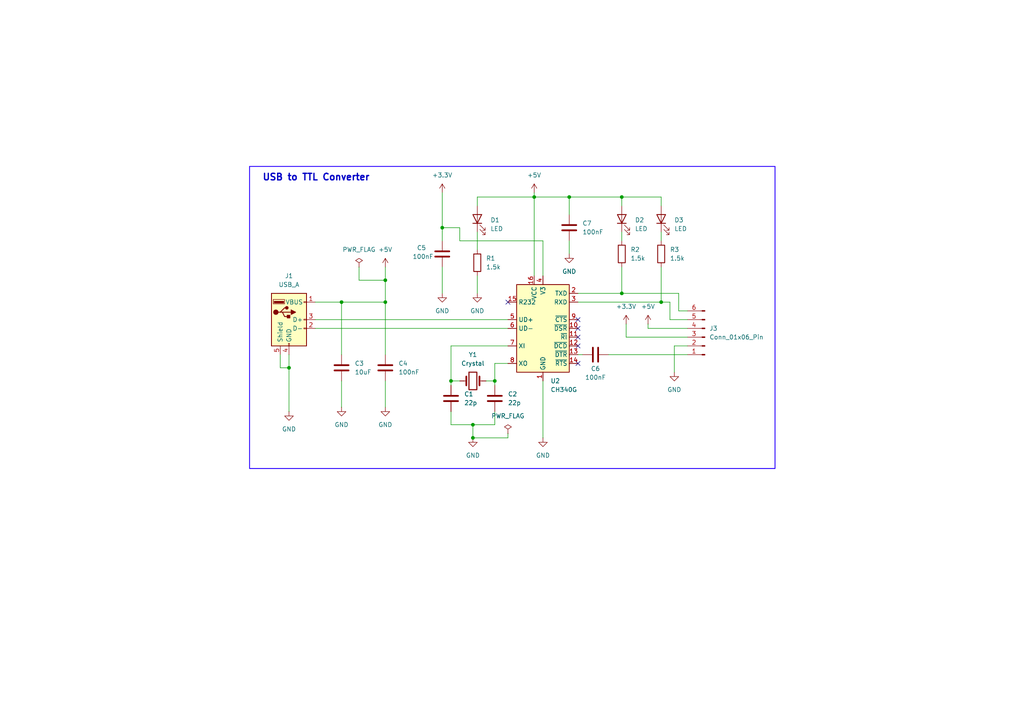
<source format=kicad_sch>
(kicad_sch (version 20231120) (generator "eeschema") (generator_version "8.0")
  (paper "A4")
  (title_block (title "USB to TTL Converter"))
  (lib_symbols
    (symbol "Connector:Conn_01x06_Pin" (pin_names (offset 1.016) hide)
      (property "Reference" "J" (at 0 7.62 0))
      (property "Value" "Conn_01x06_Pin" (at 0 -10.16 0))
      (symbol "Conn_01x06_Pin_1_1"
        (polyline (pts (xy 1.27 -7.62) (xy 0.8636 -7.62)) (stroke (width 0.1524)))
        (polyline (pts (xy 1.27 -5.08) (xy 0.8636 -5.08)) (stroke (width 0.1524)))
        (polyline (pts (xy 1.27 -2.54) (xy 0.8636 -2.54)) (stroke (width 0.1524)))
        (polyline (pts (xy 1.27 0) (xy 0.8636 0)) (stroke (width 0.1524)))
        (polyline (pts (xy 1.27 2.54) (xy 0.8636 2.54)) (stroke (width 0.1524)))
        (polyline (pts (xy 1.27 5.08) (xy 0.8636 5.08)) (stroke (width 0.1524)))
        (rectangle (start 0.8636 -7.493) (end 0 -7.747) (stroke (width 0.1524)) (fill (type outline)))
        (rectangle (start 0.8636 -4.953) (end 0 -5.207) (stroke (width 0.1524)) (fill (type outline)))
        (rectangle (start 0.8636 -2.413) (end 0 -2.667) (stroke (width 0.1524)) (fill (type outline)))
        (rectangle (start 0.8636 0.127) (end 0 -0.127) (stroke (width 0.1524)) (fill (type outline)))
        (rectangle (start 0.8636 2.667) (end 0 2.413) (stroke (width 0.1524)) (fill (type outline)))
        (rectangle (start 0.8636 5.207) (end 0 4.953) (stroke (width 0.1524)) (fill (type outline)))
        (pin passive line (at 5.08 5.08 180) (length 3.81) (name "Pin_1") (number "1"))
        (pin passive line (at 5.08 2.54 180) (length 3.81) (name "Pin_2") (number "2"))
        (pin passive line (at 5.08 0 180) (length 3.81) (name "Pin_3") (number "3"))
        (pin passive line (at 5.08 -2.54 180) (length 3.81) (name "Pin_4") (number "4"))
        (pin passive line (at 5.08 -5.08 180) (length 3.81) (name "Pin_5") (number "5"))
        (pin passive line (at 5.08 -7.62 180) (length 3.81) (name "Pin_6") (number "6"))
      )
    )
    (symbol "Connector:USB_A" (pin_names (offset 1.016))
      (property "Reference" "J" (at -5.08 11.43 0))
      (property "Value" "USB_A" (at -5.08 8.89 0))
      (symbol "USB_A_0_1"
        (rectangle (start -5.08 -7.62) (end 5.08 7.62) (stroke (width 0.254)) (fill (type background)))
        (circle (center -3.81 2.159) (radius 0.635) (stroke (width 0.254)) (fill (type outline)))
        (rectangle (start -1.524 4.826) (end -4.318 5.334) (fill (type outline)))
        (rectangle (start -1.27 4.572) (end -4.572 5.842))
        (circle (center -0.635 3.429) (radius 0.381) (stroke (width 0.254)) (fill (type outline)))
        (rectangle (start -0.127 -7.62) (end 0.127 -6.858))
        (polyline (pts (xy -3.175 2.159) (xy -2.54 2.159) (xy -1.27 3.429) (xy -0.635 3.429)) (stroke (width 0.254)))
        (polyline (pts (xy -2.54 2.159) (xy -1.905 2.159) (xy -1.27 0.889) (xy 0 0.889)) (stroke (width 0.254)))
        (polyline (pts (xy 0.635 2.794) (xy 0.635 1.524) (xy 1.905 2.159) (xy 0.635 2.794)) (stroke (width 0.254)) (fill (type outline)))
        (rectangle (start 0.254 1.27) (end -0.508 0.508) (stroke (width 0.254)) (fill (type outline)))
        (rectangle (start 5.08 -2.667) (end 4.318 -2.413))
        (rectangle (start 5.08 -0.127) (end 4.318 0.127))
        (rectangle (start 5.08 4.953) (end 4.318 5.207))
      )
      (symbol "USB_A_1_1"
        (polyline (pts (xy -1.905 2.159) (xy 0.635 2.159)) (stroke (width 0.254)))
        (pin power_in line (at 7.62 5.08 180) (length 2.54) (name "VBUS") (number "1"))
        (pin bidirectional line (at 7.62 -2.54 180) (length 2.54) (name "D-") (number "2"))
        (pin bidirectional line (at 7.62 0 180) (length 2.54) (name "D+") (number "3"))
        (pin power_in line (at 0 -10.16 90) (length 2.54) (name "GND") (number "4"))
        (pin passive line (at -2.54 -10.16 90) (length 2.54) (name "Shield") (number "5"))
      )
    )
    (symbol "Device:C" (pin_numbers hide) (pin_names (offset 0.254))
      (property "Reference" "C" (at 0.635 2.54 0))
      (property "Value" "C" (at 0.635 -2.54 0))
      (symbol "C_0_1"
        (polyline (pts (xy -2.032 -0.762) (xy 2.032 -0.762)) (stroke (width 0.508)))
        (polyline (pts (xy -2.032 0.762) (xy 2.032 0.762)) (stroke (width 0.508)))
      )
      (symbol "C_1_1"
        (pin passive line (at 0 3.81 270) (length 2.794) (name "~") (number "1"))
        (pin passive line (at 0 -3.81 90) (length 2.794) (name "~") (number "2"))
      )
    )
    (symbol "Device:Crystal" (pin_numbers hide) (pin_names (offset 1.016) hide)
      (property "Reference" "Y" (at 0 3.81 0))
      (property "Value" "Crystal" (at 0 -3.81 0))
      (symbol "Crystal_0_1"
        (rectangle (start -1.143 2.54) (end 1.143 -2.54) (stroke (width 0.3048)))
        (polyline (pts (xy -2.54 0) (xy -1.905 0)))
        (polyline (pts (xy -1.905 -1.27) (xy -1.905 1.27)) (stroke (width 0.508)))
        (polyline (pts (xy 1.905 -1.27) (xy 1.905 1.27)) (stroke (width 0.508)))
        (polyline (pts (xy 2.54 0) (xy 1.905 0)))
      )
      (symbol "Crystal_1_1"
        (pin passive line (at -3.81 0 0) (length 1.27) (name "1") (number "1"))
        (pin passive line (at 3.81 0 180) (length 1.27) (name "2") (number "2"))
      )
    )
    (symbol "Device:LED" (pin_numbers hide) (pin_names (offset 1.016) hide)
      (property "Reference" "D" (at 0 2.54 0))
      (property "Value" "LED" (at 0 -2.54 0))
      (symbol "LED_0_1"
        (polyline (pts (xy -1.27 -1.27) (xy -1.27 1.27)) (stroke (width 0.254)))
        (polyline (pts (xy -1.27 0) (xy 1.27 0)))
        (polyline (pts (xy 1.27 -1.27) (xy 1.27 1.27) (xy -1.27 0) (xy 1.27 -1.27)) (stroke (width 0.254)))
        (polyline (pts (xy -3.048 -0.762) (xy -4.572 -2.286) (xy -3.81 -2.286) (xy -4.572 -2.286) (xy -4.572 -1.524)))
        (polyline (pts (xy -1.778 -0.762) (xy -3.302 -2.286) (xy -2.54 -2.286) (xy -3.302 -2.286) (xy -3.302 -1.524)))
      )
      (symbol "LED_1_1"
        (pin passive line (at -3.81 0 0) (length 2.54) (name "K") (number "1"))
        (pin passive line (at 3.81 0 180) (length 2.54) (name "A") (number "2"))
      )
    )
    (symbol "Device:R" (pin_numbers hide) (pin_names (offset 0))
      (property "Reference" "R" (at 2.032 0 90))
      (property "Value" "R" (at 0 0 90))
      (symbol "R_0_1"
        (rectangle (start -1.016 -2.54) (end 1.016 2.54) (stroke (width 0.254)))
      )
      (symbol "R_1_1"
        (pin passive line (at 0 3.81 270) (length 1.27) (name "~") (number "1"))
        (pin passive line (at 0 -3.81 90) (length 1.27) (name "~") (number "2"))
      )
    )
    (symbol "Interface_USB:CH340G"
      (property "Reference" "U" (at -5.08 13.97 0))
      (property "Value" "CH340G" (at 1.27 13.97 0))
      (symbol "CH340G_0_1"
        (rectangle (start -7.62 12.7) (end 7.62 -12.7) (stroke (width 0.254)) (fill (type background)))
      )
      (symbol "CH340G_1_1"
        (pin power_in line (at 0 -15.24 90) (length 2.54) (name "GND") (number "1"))
        (pin input line (at 10.16 0 180) (length 2.54) (name "~{DSR}") (number "10"))
        (pin input line (at 10.16 -2.54 180) (length 2.54) (name "~{RI}") (number "11"))
        (pin input line (at 10.16 -5.08 180) (length 2.54) (name "~{DCD}") (number "12"))
        (pin output line (at 10.16 -7.62 180) (length 2.54) (name "~{DTR}") (number "13"))
        (pin output line (at 10.16 -10.16 180) (length 2.54) (name "~{RTS}") (number "14"))
        (pin input line (at -10.16 7.62 0) (length 2.54) (name "R232") (number "15"))
        (pin power_in line (at -2.54 15.24 270) (length 2.54) (name "VCC") (number "16"))
        (pin output line (at 10.16 10.16 180) (length 2.54) (name "TXD") (number "2"))
        (pin input line (at 10.16 7.62 180) (length 2.54) (name "RXD") (number "3"))
        (pin power_out line (at 0 15.24 270) (length 2.54) (name "V3") (number "4"))
        (pin bidirectional line (at -10.16 2.54 0) (length 2.54) (name "UD+") (number "5"))
        (pin bidirectional line (at -10.16 0 0) (length 2.54) (name "UD-") (number "6"))
        (pin input line (at -10.16 -5.08 0) (length 2.54) (name "XI") (number "7"))
        (pin output line (at -10.16 -10.16 0) (length 2.54) (name "XO") (number "8"))
        (pin input line (at 10.16 2.54 180) (length 2.54) (name "~{CTS}") (number "9"))
      )
    )
    (symbol "power:+3.3V" (power) (pin_numbers hide) (pin_names (offset 0) hide)
      (property "Value" "+3.3V" (at 0 3.556 0))
      (symbol "+3.3V_0_1"
        (polyline (pts (xy -0.762 1.27) (xy 0 2.54)))
        (polyline (pts (xy 0 0) (xy 0 2.54)))
        (polyline (pts (xy 0 2.54) (xy 0.762 1.27)))
      )
      (symbol "+3.3V_1_1"
        (pin power_in line (at 0 0 90) (length 0) (name "~") (number "1"))
      )
    )
    (symbol "power:+5V" (power) (pin_numbers hide) (pin_names (offset 0) hide)
      (property "Value" "+5V" (at 0 3.556 0))
      (symbol "+5V_0_1"
        (polyline (pts (xy -0.762 1.27) (xy 0 2.54)))
        (polyline (pts (xy 0 0) (xy 0 2.54)))
        (polyline (pts (xy 0 2.54) (xy 0.762 1.27)))
      )
      (symbol "+5V_1_1"
        (pin power_in line (at 0 0 90) (length 0) (name "~") (number "1"))
      )
    )
    (symbol "power:GND" (power) (pin_numbers hide) (pin_names (offset 0) hide)
      (property "Value" "GND" (at 0 -3.81 0))
      (symbol "GND_0_1"
        (polyline (pts (xy 0 0) (xy 0 -1.27) (xy 1.27 -1.27) (xy 0 -2.54) (xy -1.27 -1.27) (xy 0 -1.27)))
      )
      (symbol "GND_1_1"
        (pin power_in line (at 0 0 270) (length 0) (name "~") (number "1"))
      )
    )
    (symbol "power:PWR_FLAG" (power) (pin_numbers hide) (pin_names (offset 0) hide)
      (property "Value" "PWR_FLAG" (at 0 3.81 0))
      (symbol "PWR_FLAG_0_0"
        (pin power_out line (at 0 0 90) (length 0) (name "~") (number "1"))
      )
      (symbol "PWR_FLAG_0_1"
        (polyline (pts (xy 0 0) (xy 0 1.27) (xy -1.016 1.905) (xy 0 2.54) (xy 1.016 1.905) (xy 0 1.27)))
      )
    )
  )
  (junction (at 99.06 87.63))
  (junction (at 130.81 110.49))
  (junction (at 111.76 87.63))
  (junction (at 137.16 127))
  (junction (at 83.82 106.68))
  (junction (at 191.77 87.63))
  (junction (at 154.94 57.15))
  (junction (at 180.34 85.09))
  (junction (at 137.16 123.19))
  (junction (at 143.51 110.49))
  (junction (at 180.34 57.15))
  (junction (at 165.1 57.15))
  (junction (at 111.76 81.28))
  (junction (at 128.27 66.04))
  (no_connect (at 147.32 87.63))
  (no_connect (at 167.64 100.33))
  (no_connect (at 167.64 97.79))
  (no_connect (at 167.64 105.41))
  (no_connect (at 167.64 95.25))
  (no_connect (at 167.64 92.71))
  (wire (pts (xy 130.81 110.49) (xy 130.81 100.33)))
  (wire (pts (xy 180.34 57.15) (xy 191.77 57.15)))
  (wire (pts (xy 176.53 102.87) (xy 199.39 102.87)))
  (wire (pts (xy 128.27 66.04) (xy 133.35 66.04)))
  (wire (pts (xy 167.64 102.87) (xy 168.91 102.87)))
  (wire (pts (xy 104.14 77.47) (xy 104.14 81.28)))
  (wire (pts (xy 130.81 100.33) (xy 147.32 100.33)))
  (wire (pts (xy 138.43 57.15) (xy 138.43 59.69)))
  (wire (pts (xy 187.96 95.25) (xy 199.39 95.25)))
  (wire (pts (xy 130.81 110.49) (xy 130.81 111.76)))
  (wire (pts (xy 191.77 77.47) (xy 191.77 87.63)))
  (wire (pts (xy 111.76 102.87) (xy 111.76 87.63)))
  (wire (pts (xy 99.06 102.87) (xy 99.06 87.63)))
  (wire (pts (xy 138.43 80.01) (xy 138.43 85.09)))
  (wire (pts (xy 157.48 110.49) (xy 157.48 127)))
  (wire (pts (xy 111.76 87.63) (xy 99.06 87.63)))
  (wire (pts (xy 111.76 110.49) (xy 111.76 118.11)))
  (wire (pts (xy 195.58 107.95) (xy 195.58 100.33)))
  (wire (pts (xy 165.1 69.85) (xy 165.1 73.66)))
  (wire (pts (xy 167.64 87.63) (xy 191.77 87.63)))
  (wire (pts (xy 99.06 110.49) (xy 99.06 118.11)))
  (wire (pts (xy 83.82 106.68) (xy 83.82 119.38)))
  (wire (pts (xy 191.77 59.69) (xy 191.77 57.15)))
  (wire (pts (xy 138.43 57.15) (xy 154.94 57.15)))
  (wire (pts (xy 147.32 127) (xy 137.16 127)))
  (wire (pts (xy 137.16 123.19) (xy 143.51 123.19)))
  (wire (pts (xy 111.76 77.47) (xy 111.76 81.28)))
  (wire (pts (xy 194.31 92.71) (xy 194.31 87.63)))
  (wire (pts (xy 187.96 93.98) (xy 187.96 95.25)))
  (wire (pts (xy 181.61 93.98) (xy 181.61 97.79)))
  (wire (pts (xy 111.76 81.28) (xy 111.76 87.63)))
  (wire (pts (xy 137.16 123.19) (xy 137.16 127)))
  (wire (pts (xy 191.77 67.31) (xy 191.77 69.85)))
  (wire (pts (xy 143.51 110.49) (xy 143.51 105.41)))
  (wire (pts (xy 99.06 87.63) (xy 91.44 87.63)))
  (wire (pts (xy 91.44 95.25) (xy 147.32 95.25)))
  (wire (pts (xy 104.14 81.28) (xy 111.76 81.28)))
  (wire (pts (xy 165.1 57.15) (xy 180.34 57.15)))
  (wire (pts (xy 81.28 102.87) (xy 81.28 106.68)))
  (wire (pts (xy 147.32 125.73) (xy 147.32 127)))
  (wire (pts (xy 154.94 55.88) (xy 154.94 57.15)))
  (wire (pts (xy 196.85 90.17) (xy 196.85 85.09)))
  (wire (pts (xy 133.35 110.49) (xy 130.81 110.49)))
  (wire (pts (xy 143.51 105.41) (xy 147.32 105.41)))
  (wire (pts (xy 199.39 92.71) (xy 194.31 92.71)))
  (wire (pts (xy 157.48 69.85) (xy 157.48 80.01)))
  (wire (pts (xy 180.34 85.09) (xy 196.85 85.09)))
  (wire (pts (xy 165.1 57.15) (xy 154.94 57.15)))
  (wire (pts (xy 191.77 87.63) (xy 194.31 87.63)))
  (wire (pts (xy 83.82 102.87) (xy 83.82 106.68)))
  (wire (pts (xy 154.94 57.15) (xy 154.94 80.01)))
  (wire (pts (xy 130.81 119.38) (xy 130.81 123.19)))
  (wire (pts (xy 180.34 85.09) (xy 167.64 85.09)))
  (wire (pts (xy 138.43 67.31) (xy 138.43 72.39)))
  (wire (pts (xy 143.51 110.49) (xy 143.51 111.76)))
  (wire (pts (xy 143.51 119.38) (xy 143.51 123.19)))
  (wire (pts (xy 128.27 66.04) (xy 128.27 69.85)))
  (wire (pts (xy 165.1 62.23) (xy 165.1 57.15)))
  (wire (pts (xy 133.35 69.85) (xy 133.35 66.04)))
  (wire (pts (xy 195.58 100.33) (xy 199.39 100.33)))
  (wire (pts (xy 91.44 92.71) (xy 147.32 92.71)))
  (wire (pts (xy 81.28 106.68) (xy 83.82 106.68)))
  (wire (pts (xy 199.39 90.17) (xy 196.85 90.17)))
  (wire (pts (xy 128.27 55.88) (xy 128.27 66.04)))
  (wire (pts (xy 181.61 97.79) (xy 199.39 97.79)))
  (wire (pts (xy 157.48 69.85) (xy 133.35 69.85)))
  (wire (pts (xy 128.27 77.47) (xy 128.27 85.09)))
  (wire (pts (xy 180.34 67.31) (xy 180.34 69.85)))
  (wire (pts (xy 130.81 123.19) (xy 137.16 123.19)))
  (wire (pts (xy 140.97 110.49) (xy 143.51 110.49)))
  (wire (pts (xy 180.34 59.69) (xy 180.34 57.15)))
  (wire (pts (xy 180.34 77.47) (xy 180.34 85.09)))
  (rectangle (start 72.39 48.26) (end 224.79 135.89) (stroke (width 0.254) (color 41 0 255 1)))
  (text "USB to TTL Converter\n" (at 91.694 51.562 0) (effects (font (size 1.905 1.905) (thickness 0.381) (bold yes))))
  (symbol (lib_id "power:GND") (at 157.48 127 0) (unit 1)
    (property "Reference" "#PWR07" (effects (hide yes)))
    (property "Value" "GND" (at 157.48 132.08 0))
    (property "Description" "Power symbol creates a global label with name \"GND\" , ground" (effects (hide yes)))
  )
  (symbol (lib_id "Device:C") (at 165.1 66.04 0) (unit 1)
    (property "Reference" "C7" (at 168.91 64.7699 0) (effects (justify left)))
    (property "Value" "100nF" (at 168.91 67.3099 0) (effects (justify left)))
    (property "Footprint" "Capacitor_SMD:C_0402_1005Metric" (effects (hide yes)))
    (property "Description" "Unpolarized capacitor" (effects (hide yes)))
  )
  (symbol (lib_id "Device:R") (at 138.43 76.2 0) (unit 1)
    (property "Reference" "R1" (at 140.97 74.9299 0) (effects (justify left)))
    (property "Value" "1.5k" (at 140.97 77.4699 0) (effects (justify left)))
    (property "Footprint" "Resistor_SMD:R_0402_1005Metric" (effects (hide yes)))
    (property "Description" "Resistor" (effects (hide yes)))
  )
  (symbol (lib_id "power:GND") (at 111.76 118.11 0) (unit 1)
    (property "Reference" "#PWR03" (effects (hide yes)))
    (property "Value" "GND" (at 111.76 123.19 0))
    (property "Description" "Power symbol creates a global label with name \"GND\" , ground" (effects (hide yes)))
  )
  (symbol (lib_id "power:GND") (at 99.06 118.11 0) (unit 1)
    (property "Reference" "#PWR02" (effects (hide yes)))
    (property "Value" "GND" (at 99.06 123.19 0))
    (property "Description" "Power symbol creates a global label with name \"GND\" , ground" (effects (hide yes)))
  )
  (symbol (lib_id "Device:R") (at 191.77 73.66 0) (unit 1)
    (property "Reference" "R3" (at 194.31 72.3899 0) (effects (justify left)))
    (property "Value" "1.5k" (at 194.31 74.9299 0) (effects (justify left)))
    (property "Footprint" "Resistor_SMD:R_0402_1005Metric" (effects (hide yes)))
    (property "Description" "Resistor" (effects (hide yes)))
  )
  (symbol (lib_id "power:+5V") (at 187.96 93.98 0) (unit 1)
    (property "Reference" "#PWR013" (effects (hide yes)))
    (property "Value" "+5V" (at 187.96 88.9 0))
    (property "Description" "Power symbol creates a global label with name \"+5V\"" (effects (hide yes)))
  )
  (symbol (lib_id "Device:LED") (at 191.77 63.5 90) (unit 1)
    (property "Reference" "D3" (at 195.58 63.8174 90) (effects (justify right)))
    (property "Value" "LED" (at 195.58 66.3574 90) (effects (justify right)))
    (property "Footprint" "LED_SMD:LED_0402_1005Metric" (effects (hide yes)))
    (property "Description" "Light emitting diode" (effects (hide yes)))
  )
  (symbol (lib_id "power:GND") (at 195.58 107.95 0) (unit 1)
    (property "Reference" "#PWR012" (effects (hide yes)))
    (property "Value" "GND" (at 195.58 113.03 0))
    (property "Description" "Power symbol creates a global label with name \"GND\" , ground" (effects (hide yes)))
  )
  (symbol (lib_id "power:GND") (at 137.16 127 0) (unit 1)
    (property "Reference" "#PWR01" (effects (hide yes)))
    (property "Value" "GND" (at 137.16 132.08 0))
    (property "Description" "Power symbol creates a global label with name \"GND\" , ground" (effects (hide yes)))
  )
  (symbol (lib_id "power:GND") (at 165.1 73.66 0) (unit 1)
    (property "Reference" "#PWR011" (effects (hide yes)))
    (property "Value" "GND" (at 165.1 78.74 0))
    (property "Description" "Power symbol creates a global label with name \"GND\" , ground" (effects (hide yes)))
  )
  (symbol (lib_id "Connector:Conn_01x06_Pin") (at 204.47 97.79 180) (unit 1)
    (property "Reference" "J3" (at 205.74 95.2499 0) (effects (justify right)))
    (property "Value" "Conn_01x06_Pin" (at 205.74 97.7899 0) (effects (justify right)))
    (property "Footprint" "Connector_PinHeader_1.00mm:PinHeader_1x06_P1.00mm_Vertical" (effects (hide yes)))
    (property "Description" "Generic connector, single row, 01x06, script generated" (effects (hide yes)))
  )
  (symbol (lib_id "Interface_USB:CH340G") (at 157.48 95.25 0) (unit 1)
    (property "Reference" "U2" (at 159.6741 110.49 0) (effects (justify left)))
    (property "Value" "CH340G" (at 159.6741 113.03 0) (effects (justify left)))
    (property "Footprint" "Package_SO:SOIC-16_3.9x9.9mm_P1.27mm" (effects (hide yes)))
    (property "Datasheet" "http://www.datasheet5.com/pdf-local-2195953" (effects (hide yes)))
    (property "Description" "USB serial converter, UART, SOIC-16" (effects (hide yes)))
  )
  (symbol (lib_id "Device:C") (at 111.76 106.68 0) (unit 1)
    (property "Reference" "C4" (at 115.57 105.4099 0) (effects (justify left)))
    (property "Value" "100nF" (at 115.57 107.9499 0) (effects (justify left)))
    (property "Footprint" "Capacitor_SMD:C_0402_1005Metric" (effects (hide yes)))
    (property "Description" "Unpolarized capacitor" (effects (hide yes)))
  )
  (symbol (lib_id "power:+5V") (at 111.76 77.47 0) (unit 1)
    (property "Reference" "#PWR04" (effects (hide yes)))
    (property "Value" "+5V" (at 111.76 72.39 0))
    (property "Description" "Power symbol creates a global label with name \"+5V\"" (effects (hide yes)))
  )
  (symbol (lib_id "Device:LED") (at 180.34 63.5 90) (unit 1)
    (property "Reference" "D2" (at 184.15 63.8174 90) (effects (justify right)))
    (property "Value" "LED" (at 184.15 66.3574 90) (effects (justify right)))
    (property "Footprint" "LED_SMD:LED_0402_1005Metric" (effects (hide yes)))
    (property "Description" "Light emitting diode" (effects (hide yes)))
  )
  (symbol (lib_id "Connector:USB_A") (at 83.82 92.71 0) (unit 1)
    (property "Reference" "J1" (at 83.82 80.01 0))
    (property "Value" "USB_A" (at 83.82 82.55 0))
    (property "Footprint" "Connector_USB:USB_A_CNCTech_1001-011-01101_Horizontal" (effects (hide yes)))
    (property "Description" "USB Type A connector" (effects (hide yes)))
  )
  (symbol (lib_id "Device:C") (at 99.06 106.68 0) (unit 1)
    (property "Reference" "C3" (at 102.87 105.4099 0) (effects (justify left)))
    (property "Value" "10uF" (at 102.87 107.9499 0) (effects (justify left)))
    (property "Footprint" "Capacitor_SMD:C_0402_1005Metric" (effects (hide yes)))
    (property "Description" "Unpolarized capacitor" (effects (hide yes)))
  )
  (symbol (lib_id "Device:C") (at 128.27 73.66 0) (unit 1)
    (property "Reference" "C5" (at 120.904 71.882 0) (effects (justify left)))
    (property "Value" "100nF" (at 119.634 74.422 0) (effects (justify left)))
    (property "Footprint" "Capacitor_SMD:C_0402_1005Metric" (effects (hide yes)))
    (property "Description" "Unpolarized capacitor" (effects (hide yes)))
  )
  (symbol (lib_id "Device:Crystal") (at 137.16 110.49 0) (unit 1)
    (property "Reference" "Y1" (at 137.16 102.87 0))
    (property "Value" "Crystal" (at 137.16 105.41 0))
    (property "Footprint" "Crystal:Crystal_SMD_3215-2Pin_3.2x1.5mm" (effects (hide yes)))
    (property "Description" "Two pin crystal" (effects (hide yes)))
  )
  (symbol (lib_id "Device:C") (at 172.72 102.87 90) (unit 1)
    (property "Reference" "C6" (at 172.72 106.934 90))
    (property "Value" "100nF" (at 172.72 109.474 90))
    (property "Footprint" "Capacitor_SMD:C_0402_1005Metric" (effects (hide yes)))
    (property "Description" "Unpolarized capacitor" (effects (hide yes)))
  )
  (symbol (lib_id "power:PWR_FLAG") (at 147.32 125.73 0) (unit 1)
    (property "Reference" "#FLG03" (effects (hide yes)))
    (property "Value" "PWR_FLAG" (at 147.32 120.65 0))
    (property "Description" "Special symbol for telling ERC where power comes from" (effects (hide yes)))
  )
  (symbol (lib_id "Device:R") (at 180.34 73.66 0) (unit 1)
    (property "Reference" "R2" (at 182.88 72.3899 0) (effects (justify left)))
    (property "Value" "1.5k" (at 182.88 74.9299 0) (effects (justify left)))
    (property "Footprint" "Resistor_SMD:R_0402_1005Metric" (effects (hide yes)))
    (property "Description" "Resistor" (effects (hide yes)))
  )
  (symbol (lib_id "Device:C") (at 143.51 115.57 0) (unit 1)
    (property "Reference" "C2" (at 147.32 114.2999 0) (effects (justify left)))
    (property "Value" "22p" (at 147.32 116.8399 0) (effects (justify left)))
    (property "Footprint" "Capacitor_SMD:C_0402_1005Metric" (effects (hide yes)))
    (property "Description" "Unpolarized capacitor" (effects (hide yes)))
  )
  (symbol (lib_id "Device:LED") (at 138.43 63.5 90) (unit 1)
    (property "Reference" "D1" (at 142.24 63.8174 90) (effects (justify right)))
    (property "Value" "LED" (at 142.24 66.3574 90) (effects (justify right)))
    (property "Footprint" "LED_SMD:LED_0402_1005Metric" (effects (hide yes)))
    (property "Description" "Light emitting diode" (effects (hide yes)))
  )
  (symbol (lib_id "power:+5V") (at 154.94 55.88 0) (unit 1)
    (property "Reference" "#PWR010" (effects (hide yes)))
    (property "Value" "+5V" (at 154.94 50.8 0))
    (property "Description" "Power symbol creates a global label with name \"+5V\"" (effects (hide yes)))
  )
  (symbol (lib_id "power:GND") (at 128.27 85.09 0) (unit 1)
    (property "Reference" "#PWR06" (effects (hide yes)))
    (property "Value" "GND" (at 128.27 90.17 0))
    (property "Description" "Power symbol creates a global label with name \"GND\" , ground" (effects (hide yes)))
  )
  (symbol (lib_id "power:GND") (at 138.43 85.09 0) (unit 1)
    (property "Reference" "#PWR09" (effects (hide yes)))
    (property "Value" "GND" (at 138.43 90.17 0))
    (property "Description" "Power symbol creates a global label with name \"GND\" , ground" (effects (hide yes)))
  )
  (symbol (lib_id "power:+3.3V") (at 128.27 55.88 0) (unit 1)
    (property "Reference" "#PWR05" (effects (hide yes)))
    (property "Value" "+3.3V" (at 128.27 50.8 0))
    (property "Description" "Power symbol creates a global label with name \"+3.3V\"" (effects (hide yes)))
  )
  (symbol (lib_id "Device:C") (at 130.81 115.57 0) (unit 1)
    (property "Reference" "C1" (at 134.62 114.2999 0) (effects (justify left)))
    (property "Value" "22p" (at 134.62 116.8399 0) (effects (justify left)))
    (property "Footprint" "Capacitor_SMD:C_0402_1005Metric" (effects (hide yes)))
    (property "Description" "Unpolarized capacitor" (effects (hide yes)))
  )
  (symbol (lib_id "power:PWR_FLAG") (at 104.14 77.47 0) (unit 1)
    (property "Reference" "#FLG01" (effects (hide yes)))
    (property "Value" "PWR_FLAG" (at 104.14 72.39 0))
    (property "Description" "Special symbol for telling ERC where power comes from" (effects (hide yes)))
  )
  (symbol (lib_id "power:+3.3V") (at 181.61 93.98 0) (unit 1)
    (property "Reference" "#PWR014" (effects (hide yes)))
    (property "Value" "+3.3V" (at 181.61 88.9 0))
    (property "Description" "Power symbol creates a global label with name \"+3.3V\"" (effects (hide yes)))
  )
  (symbol (lib_id "power:GND") (at 83.82 119.38 0) (unit 1)
    (property "Reference" "#PWR08" (effects (hide yes)))
    (property "Value" "GND" (at 83.82 124.46 0))
    (property "Description" "Power symbol creates a global label with name \"GND\" , ground" (effects (hide yes)))
  )
)
</source>
